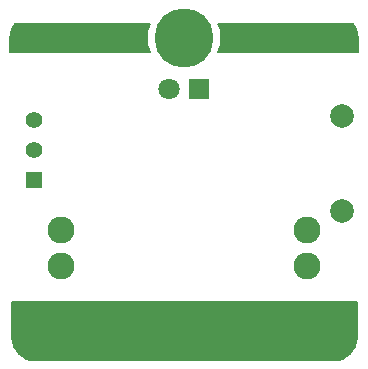
<source format=gtl>
G04 #@! TF.FileFunction,Copper,L1,Top,Signal*
%FSLAX46Y46*%
G04 Gerber Fmt 4.6, Leading zero omitted, Abs format (unit mm)*
G04 Created by KiCad (PCBNEW 4.0.7) date 09/22/19 21:58:39*
%MOMM*%
%LPD*%
G01*
G04 APERTURE LIST*
%ADD10C,0.100000*%
%ADD11C,1.998980*%
%ADD12C,5.000000*%
%ADD13C,2.286000*%
%ADD14R,1.800000X1.800000*%
%ADD15C,1.800000*%
%ADD16R,1.397000X1.397000*%
%ADD17C,1.397000*%
%ADD18C,0.254000*%
%ADD19C,0.200000*%
G04 APERTURE END LIST*
D10*
D11*
X188595000Y-81598000D03*
X188595000Y-89598000D03*
D12*
X175260000Y-74930000D03*
D13*
X185674000Y-94234000D03*
X164846000Y-94234000D03*
X185674000Y-91186000D03*
X164846000Y-91186000D03*
D14*
X176530000Y-79248000D03*
D15*
X173990000Y-79248000D03*
D16*
X162560000Y-86995000D03*
D17*
X162560000Y-84455000D03*
X162560000Y-81915000D03*
D18*
G36*
X189815000Y-100262533D02*
X189661398Y-101034743D01*
X189262193Y-101632193D01*
X188664741Y-102031398D01*
X188279637Y-102108000D01*
X162240362Y-102108000D01*
X161855257Y-102031398D01*
X161257807Y-101632193D01*
X160858602Y-101034741D01*
X160705000Y-100262533D01*
X160705000Y-97282000D01*
X189815000Y-97282000D01*
X189815000Y-100262533D01*
X189815000Y-100262533D01*
G37*
X189815000Y-100262533D02*
X189661398Y-101034743D01*
X189262193Y-101632193D01*
X188664741Y-102031398D01*
X188279637Y-102108000D01*
X162240362Y-102108000D01*
X161855257Y-102031398D01*
X161257807Y-101632193D01*
X160858602Y-101034741D01*
X160705000Y-100262533D01*
X160705000Y-97282000D01*
X189815000Y-97282000D01*
X189815000Y-100262533D01*
D19*
G36*
X172146357Y-74340857D02*
X172157913Y-75577242D01*
X172374447Y-76100000D01*
X160520000Y-76100000D01*
X160520000Y-74979247D01*
X160684336Y-74153074D01*
X160946980Y-73760000D01*
X172380620Y-73760000D01*
X172146357Y-74340857D01*
X172146357Y-74340857D01*
G37*
X172146357Y-74340857D02*
X172157913Y-75577242D01*
X172374447Y-76100000D01*
X160520000Y-76100000D01*
X160520000Y-74979247D01*
X160684336Y-74153074D01*
X160946980Y-73760000D01*
X172380620Y-73760000D01*
X172146357Y-74340857D01*
G36*
X189835664Y-74153075D02*
X190000000Y-74979247D01*
X190000000Y-76100000D01*
X178139380Y-76100000D01*
X178373643Y-75519143D01*
X178362087Y-74282758D01*
X178145553Y-73760000D01*
X189573020Y-73760000D01*
X189835664Y-74153075D01*
X189835664Y-74153075D01*
G37*
X189835664Y-74153075D02*
X190000000Y-74979247D01*
X190000000Y-76100000D01*
X178139380Y-76100000D01*
X178373643Y-75519143D01*
X178362087Y-74282758D01*
X178145553Y-73760000D01*
X189573020Y-73760000D01*
X189835664Y-74153075D01*
M02*

</source>
